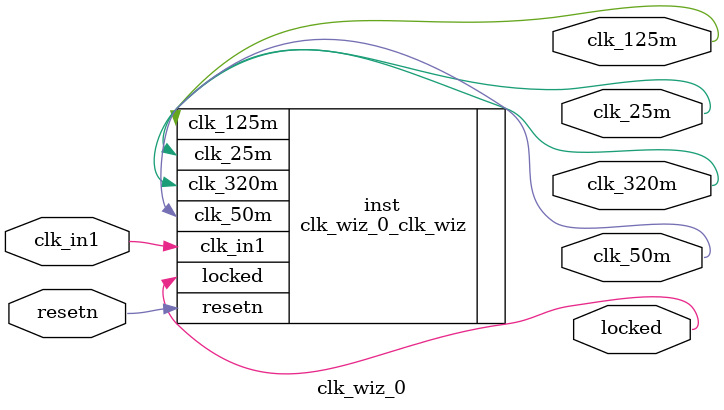
<source format=v>


`timescale 1ps/1ps

(* CORE_GENERATION_INFO = "clk_wiz_0,clk_wiz_v6_0_4_0_0,{component_name=clk_wiz_0,use_phase_alignment=true,use_min_o_jitter=false,use_max_i_jitter=false,use_dyn_phase_shift=false,use_inclk_switchover=false,use_dyn_reconfig=false,enable_axi=0,feedback_source=FDBK_AUTO,PRIMITIVE=PLL,num_out_clk=4,clkin1_period=20.000,clkin2_period=10.0,use_power_down=false,use_reset=true,use_locked=true,use_inclk_stopped=false,feedback_type=SINGLE,CLOCK_MGR_TYPE=NA,manual_override=false}" *)

module clk_wiz_0 
 (
  // Clock out ports
  output        clk_50m,
  output        clk_320m,
  output        clk_125m,
  output        clk_25m,
  // Status and control signals
  input         resetn,
  output        locked,
 // Clock in ports
  input         clk_in1
 );

  clk_wiz_0_clk_wiz inst
  (
  // Clock out ports  
  .clk_50m(clk_50m),
  .clk_320m(clk_320m),
  .clk_125m(clk_125m),
  .clk_25m(clk_25m),
  // Status and control signals               
  .resetn(resetn), 
  .locked(locked),
 // Clock in ports
  .clk_in1(clk_in1)
  );

endmodule

</source>
